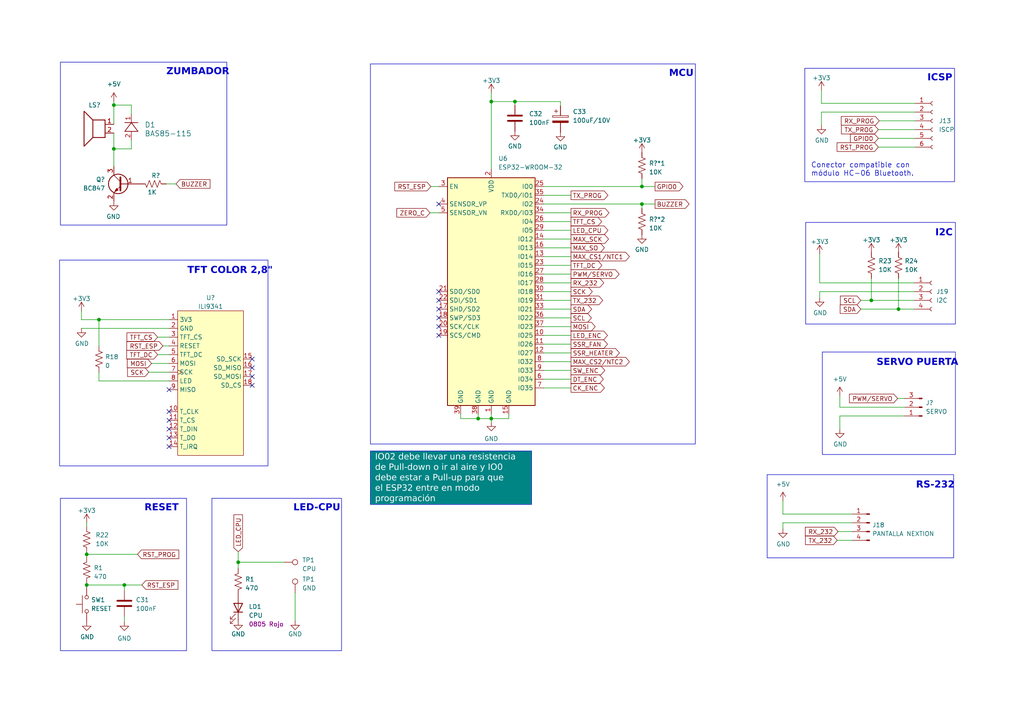
<source format=kicad_sch>
(kicad_sch (version 20230121) (generator eeschema)
  (paper "A4")
  (title_block (title "HOT-PLATE") (rev "1") (comment 3 "Juanjo"))
  (lib_symbols
    (symbol "Connector:Conn_01x03_Male" (pin_names (offset 1.016) hide)
      (property "Reference" "J" (at 0 5.08 0))
      (property "Value" "Conn_01x03_Male" (at 0 -5.08 0))
      (symbol "Conn_01x03_Male_1_1"
        (polyline (pts (xy 1.27 -2.54) (xy 0.8636 -2.54)) (stroke (width 0.1524)))
        (polyline (pts (xy 1.27 0) (xy 0.8636 0)) (stroke (width 0.1524)))
        (polyline (pts (xy 1.27 2.54) (xy 0.8636 2.54)) (stroke (width 0.1524)))
        (rectangle (start 0.8636 -2.413) (end 0 -2.667) (stroke (width 0.1524)) (fill (type outline)))
        (rectangle (start 0.8636 0.127) (end 0 -0.127) (stroke (width 0.1524)) (fill (type outline)))
        (rectangle (start 0.8636 2.667) (end 0 2.413) (stroke (width 0.1524)) (fill (type outline)))
        (pin passive line (at 5.08 2.54 180) (length 3.81) (name "Pin_1") (number "1"))
        (pin passive line (at 5.08 0 180) (length 3.81) (name "Pin_2") (number "2"))
        (pin passive line (at 5.08 -2.54 180) (length 3.81) (name "Pin_3") (number "3"))
      )
    )
    (symbol "Connector:Conn_01x04_Female" (pin_names (offset 1.016) hide)
      (property "Reference" "J" (at 0 5.08 0))
      (property "Value" "Conn_01x04_Female" (at 0 -7.62 0))
      (symbol "Conn_01x04_Female_1_1"
        (arc (start 0 -4.572) (mid -0.5058 -5.08) (end 0 -5.588) (stroke (width 0.1524)))
        (arc (start 0 -2.032) (mid -0.5058 -2.54) (end 0 -3.048) (stroke (width 0.1524)))
        (polyline (pts (xy -1.27 -5.08) (xy -0.508 -5.08)) (stroke (width 0.1524)))
        (polyline (pts (xy -1.27 -2.54) (xy -0.508 -2.54)) (stroke (width 0.1524)))
        (polyline (pts (xy -1.27 0) (xy -0.508 0)) (stroke (width 0.1524)))
        (polyline (pts (xy -1.27 2.54) (xy -0.508 2.54)) (stroke (width 0.1524)))
        (arc (start 0 0.508) (mid -0.5058 0) (end 0 -0.508) (stroke (width 0.1524)))
        (arc (start 0 3.048) (mid -0.5058 2.54) (end 0 2.032) (stroke (width 0.1524)))
        (pin passive line (at -5.08 2.54 0) (length 3.81) (name "Pin_1") (number "1"))
        (pin passive line (at -5.08 0 0) (length 3.81) (name "Pin_2") (number "2"))
        (pin passive line (at -5.08 -2.54 0) (length 3.81) (name "Pin_3") (number "3"))
        (pin passive line (at -5.08 -5.08 0) (length 3.81) (name "Pin_4") (number "4"))
      )
    )
    (symbol "Connector:Conn_01x04_Male" (pin_names (offset 1.016) hide)
      (property "Reference" "J" (at 0 5.08 0))
      (property "Value" "Conn_01x04_Male" (at 0 -7.62 0))
      (symbol "Conn_01x04_Male_1_1"
        (polyline (pts (xy 1.27 -5.08) (xy 0.8636 -5.08)) (stroke (width 0.1524)))
        (polyline (pts (xy 1.27 -2.54) (xy 0.8636 -2.54)) (stroke (width 0.1524)))
        (polyline (pts (xy 1.27 0) (xy 0.8636 0)) (stroke (width 0.1524)))
        (polyline (pts (xy 1.27 2.54) (xy 0.8636 2.54)) (stroke (width 0.1524)))
        (rectangle (start 0.8636 -4.953) (end 0 -5.207) (stroke (width 0.1524)) (fill (type outline)))
        (rectangle (start 0.8636 -2.413) (end 0 -2.667) (stroke (width 0.1524)) (fill (type outline)))
        (rectangle (start 0.8636 0.127) (end 0 -0.127) (stroke (width 0.1524)) (fill (type outline)))
        (rectangle (start 0.8636 2.667) (end 0 2.413) (stroke (width 0.1524)) (fill (type outline)))
        (pin passive line (at 5.08 2.54 180) (length 3.81) (name "Pin_1") (number "1"))
        (pin passive line (at 5.08 0 180) (length 3.81) (name "Pin_2") (number "2"))
        (pin passive line (at 5.08 -2.54 180) (length 3.81) (name "Pin_3") (number "3"))
        (pin passive line (at 5.08 -5.08 180) (length 3.81) (name "Pin_4") (number "4"))
      )
    )
    (symbol "Connector:Conn_01x06_Female" (pin_names (offset 1.016) hide)
      (property "Reference" "J" (at 0 7.62 0))
      (property "Value" "Conn_01x06_Female" (at 0 -10.16 0))
      (symbol "Conn_01x06_Female_1_1"
        (arc (start 0 -7.112) (mid -0.5058 -7.62) (end 0 -8.128) (stroke (width 0.1524)))
        (arc (start 0 -4.572) (mid -0.5058 -5.08) (end 0 -5.588) (stroke (width 0.1524)))
        (arc (start 0 -2.032) (mid -0.5058 -2.54) (end 0 -3.048) (stroke (width 0.1524)))
        (polyline (pts (xy -1.27 -7.62) (xy -0.508 -7.62)) (stroke (width 0.1524)))
        (polyline (pts (xy -1.27 -5.08) (xy -0.508 -5.08)) (stroke (width 0.1524)))
        (polyline (pts (xy -1.27 -2.54) (xy -0.508 -2.54)) (stroke (width 0.1524)))
        (polyline (pts (xy -1.27 0) (xy -0.508 0)) (stroke (width 0.1524)))
        (polyline (pts (xy -1.27 2.54) (xy -0.508 2.54)) (stroke (width 0.1524)))
        (polyline (pts (xy -1.27 5.08) (xy -0.508 5.08)) (stroke (width 0.1524)))
        (arc (start 0 0.508) (mid -0.5058 0) (end 0 -0.508) (stroke (width 0.1524)))
        (arc (start 0 3.048) (mid -0.5058 2.54) (end 0 2.032) (stroke (width 0.1524)))
        (arc (start 0 5.588) (mid -0.5058 5.08) (end 0 4.572) (stroke (width 0.1524)))
        (pin passive line (at -5.08 5.08 0) (length 3.81) (name "Pin_1") (number "1"))
        (pin passive line (at -5.08 2.54 0) (length 3.81) (name "Pin_2") (number "2"))
        (pin passive line (at -5.08 0 0) (length 3.81) (name "Pin_3") (number "3"))
        (pin passive line (at -5.08 -2.54 0) (length 3.81) (name "Pin_4") (number "4"))
        (pin passive line (at -5.08 -5.08 0) (length 3.81) (name "Pin_5") (number "5"))
        (pin passive line (at -5.08 -7.62 0) (length 3.81) (name "Pin_6") (number "6"))
      )
    )
    (symbol "Connector:TestPoint" (pin_numbers hide) (pin_names (offset 0.762) hide)
      (property "Reference" "TP" (at 0 6.858 0))
      (property "Value" "TestPoint" (at 0 5.08 0))
      (symbol "TestPoint_0_1"
        (circle (center 0 3.302) (radius 0.762))
      )
      (symbol "TestPoint_1_1"
        (pin passive line (at 0 0 90) (length 2.54) (name "1") (number "1"))
      )
    )
    (symbol "Device:C" (pin_numbers hide) (pin_names (offset 0.254))
      (property "Reference" "C" (at 0.635 2.54 0))
      (property "Value" "C" (at 0.635 -2.54 0))
      (symbol "C_0_1"
        (polyline (pts (xy -2.032 -0.762) (xy 2.032 -0.762)) (stroke (width 0.508)))
        (polyline (pts (xy -2.032 0.762) (xy 2.032 0.762)) (stroke (width 0.508)))
      )
      (symbol "C_1_1"
        (pin passive line (at 0 3.81 270) (length 2.794) (name "~") (number "1"))
        (pin passive line (at 0 -3.81 90) (length 2.794) (name "~") (number "2"))
      )
    )
    (symbol "Device:C_Polarized" (pin_numbers hide) (pin_names (offset 0.254))
      (property "Reference" "C" (at 0.635 2.54 0))
      (property "Value" "C_Polarized" (at 0.635 -2.54 0))
      (symbol "C_Polarized_0_1"
        (rectangle (start -2.286 0.508) (end 2.286 1.016))
        (polyline (pts (xy -1.778 2.286) (xy -0.762 2.286)))
        (polyline (pts (xy -1.27 2.794) (xy -1.27 1.778)))
        (rectangle (start 2.286 -0.508) (end -2.286 -1.016) (fill (type outline)))
      )
      (symbol "C_Polarized_1_1"
        (pin passive line (at 0 3.81 270) (length 2.794) (name "~") (number "1"))
        (pin passive line (at 0 -3.81 90) (length 2.794) (name "~") (number "2"))
      )
    )
    (symbol "Device:LED" (pin_numbers hide) (pin_names (offset 1.016) hide)
      (property "Reference" "D" (at 0 2.54 0))
      (property "Value" "LED" (at 0 -2.54 0))
      (symbol "LED_0_1"
        (polyline (pts (xy -1.27 -1.27) (xy -1.27 1.27)) (stroke (width 0.254)))
        (polyline (pts (xy -1.27 0) (xy 1.27 0)))
        (polyline (pts (xy 1.27 -1.27) (xy 1.27 1.27) (xy -1.27 0) (xy 1.27 -1.27)) (stroke (width 0.254)))
        (polyline (pts (xy -3.048 -0.762) (xy -4.572 -2.286) (xy -3.81 -2.286) (xy -4.572 -2.286) (xy -4.572 -1.524)))
        (polyline (pts (xy -1.778 -0.762) (xy -3.302 -2.286) (xy -2.54 -2.286) (xy -3.302 -2.286) (xy -3.302 -1.524)))
      )
      (symbol "LED_1_1"
        (pin passive line (at -3.81 0 0) (length 2.54) (name "K") (number "1"))
        (pin passive line (at 3.81 0 180) (length 2.54) (name "A") (number "2"))
      )
    )
    (symbol "Device:R_US" (pin_numbers hide) (pin_names (offset 0))
      (property "Reference" "R" (at 2.54 0 90))
      (property "Value" "R_US" (at -2.54 0 90))
      (symbol "R_US_0_1"
        (polyline (pts (xy 0 -2.286) (xy 0 -2.54)))
        (polyline (pts (xy 0 2.286) (xy 0 2.54)))
        (polyline (pts (xy 0 -0.762) (xy 1.016 -1.143) (xy 0 -1.524) (xy -1.016 -1.905) (xy 0 -2.286)))
        (polyline (pts (xy 0 0.762) (xy 1.016 0.381) (xy 0 0) (xy -1.016 -0.381) (xy 0 -0.762)))
        (polyline (pts (xy 0 2.286) (xy 1.016 1.905) (xy 0 1.524) (xy -1.016 1.143) (xy 0 0.762)))
      )
      (symbol "R_US_1_1"
        (pin passive line (at 0 3.81 270) (length 1.27) (name "~") (number "1"))
        (pin passive line (at 0 -3.81 90) (length 1.27) (name "~") (number "2"))
      )
    )
    (symbol "Device:Speaker" (pin_names (offset 0) hide)
      (property "Reference" "LS" (at 1.27 5.715 0))
      (property "Value" "Speaker" (at 1.27 3.81 0))
      (symbol "Speaker_0_0"
        (rectangle (start -2.54 1.27) (end 1.016 -3.81) (stroke (width 0.254)))
        (polyline (pts (xy 1.016 1.27) (xy 3.556 3.81) (xy 3.556 -6.35) (xy 1.016 -3.81)) (stroke (width 0.254)))
      )
      (symbol "Speaker_1_1"
        (pin input line (at -5.08 0 0) (length 2.54) (name "1") (number "1"))
        (pin input line (at -5.08 -2.54 0) (length 2.54) (name "2") (number "2"))
      )
    )
    (symbol "Diode:BAS85-115" (pin_names (offset 0.254) hide)
      (property "Reference" "D" (at 5.08 4.445 0))
      (property "Value" "BAS85-115" (at 5.08 -5.08 0))
      (symbol "BAS85-115_1_1"
        (polyline (pts (xy 2.54 -1.905) (xy 5.08 0)) (stroke (width 0.2032)))
        (polyline (pts (xy 2.54 1.905) (xy 2.54 -1.905)) (stroke (width 0.2032)))
        (polyline (pts (xy 5.08 -1.905) (xy 5.08 1.905)) (stroke (width 0.2032)))
        (polyline (pts (xy 5.08 0) (xy 2.54 1.905)) (stroke (width 0.2032)))
        (pin passive line (at 7.62 0 180) (length 2.54) (name "K") (number "1"))
        (pin passive line (at 0 0 0) (length 2.54) (name "A") (number "2"))
      )
      (symbol "BAS85-115_1_2"
        (polyline (pts (xy -1.905 3.81) (xy 1.905 3.81)) (stroke (width 0.2032)))
        (polyline (pts (xy 0 2.54) (xy 0 3.4798)) (stroke (width 0.2032)))
        (polyline (pts (xy 0 3.175) (xy 0 3.81)) (stroke (width 0.2032)))
        (polyline (pts (xy 0 6.35) (xy -1.905 3.81)) (stroke (width 0.2032)))
        (polyline (pts (xy 0 6.35) (xy 0 7.62)) (stroke (width 0.2032)))
        (polyline (pts (xy 1.905 3.81) (xy 0 6.35)) (stroke (width 0.2032)))
        (polyline (pts (xy 1.905 6.35) (xy -1.905 6.35)) (stroke (width 0.2032)))
      )
    )
    (symbol "Display_Graphic:ILI9341"
      (property "Reference" "U" (at -7.62 19.05 0))
      (property "Value" "ILI9341" (at 6.35 -25.4 0))
      (symbol "ILI9341_0_1"
        (rectangle (start -8.89 17.78) (end 10.16 -24.13) (fill (type background)))
      )
      (symbol "ILI9341_1_1"
        (pin power_in line (at -11.43 15.24 0) (length 2.54) (name "3V3") (number "1"))
        (pin input line (at -11.43 -11.43 0) (length 2.54) (name "T_CLK") (number "10"))
        (pin input line (at -11.43 -13.97 0) (length 2.54) (name "T_CS") (number "11"))
        (pin input line (at -11.43 -16.51 0) (length 2.54) (name "T_DIN") (number "12"))
        (pin input line (at -11.43 -19.05 0) (length 2.54) (name "T_DO") (number "13"))
        (pin input line (at -11.43 -21.59 0) (length 2.54) (name "T_IRQ") (number "14"))
        (pin input line (at 12.7 3.81 180) (length 2.54) (name "SD_SCK") (number "15"))
        (pin input line (at 12.7 1.27 180) (length 2.54) (name "SD_MISO") (number "16"))
        (pin input line (at 12.7 -1.27 180) (length 2.54) (name "SD_MOSI") (number "17"))
        (pin input line (at 12.7 -3.81 180) (length 2.54) (name "SD_CS") (number "18"))
        (pin power_in line (at -11.43 12.7 0) (length 2.54) (name "GND") (number "2"))
        (pin input line (at -11.43 10.16 0) (length 2.54) (name "TFT_CS") (number "3"))
        (pin input line (at -11.43 7.62 0) (length 2.54) (name "RESET") (number "4"))
        (pin input line (at -11.43 5.08 0) (length 2.54) (name "TFT_DC") (number "5"))
        (pin input line (at -11.43 2.54 0) (length 2.54) (name "MOSI") (number "6"))
        (pin input clock (at -11.43 0 0) (length 2.54) (name "SCK") (number "7"))
        (pin input line (at -11.43 -2.54 0) (length 2.54) (name "LED") (number "8"))
        (pin input line (at -11.43 -5.08 0) (length 2.54) (name "MISO") (number "9"))
      )
    )
    (symbol "RF_Module:ESP32-WROOM-32"
      (property "Reference" "U" (at -12.7 34.29 0))
      (property "Value" "ESP32-WROOM-32" (at 1.27 34.29 0))
      (symbol "ESP32-WROOM-32_0_1"
        (rectangle (start -12.7 33.02) (end 12.7 -33.02) (stroke (width 0.254)) (fill (type background)))
      )
      (symbol "ESP32-WROOM-32_1_1"
        (pin power_in line (at 0 -35.56 90) (length 2.54) (name "GND") (number "1"))
        (pin bidirectional line (at 15.24 -12.7 180) (length 2.54) (name "IO25") (number "10"))
        (pin bidirectional line (at 15.24 -15.24 180) (length 2.54) (name "IO26") (number "11"))
        (pin bidirectional line (at 15.24 -17.78 180) (length 2.54) (name "IO27") (number "12"))
        (pin bidirectional line (at 15.24 10.16 180) (length 2.54) (name "IO14") (number "13"))
        (pin bidirectional line (at 15.24 15.24 180) (length 2.54) (name "IO12") (number "14"))
        (pin power_in line (at 5.08 -35.56 90) (length 2.54) (name "GND") (number "15"))
        (pin bidirectional line (at 15.24 12.7 180) (length 2.54) (name "IO13") (number "16"))
        (pin bidirectional line (at -15.24 -5.08 0) (length 2.54) (name "SHD/SD2") (number "17"))
        (pin bidirectional line (at -15.24 -7.62 0) (length 2.54) (name "SWP/SD3") (number "18"))
        (pin bidirectional line (at -15.24 -12.7 0) (length 2.54) (name "SCS/CMD") (number "19"))
        (pin power_in line (at 0 35.56 270) (length 2.54) (name "VDD") (number "2"))
        (pin bidirectional line (at -15.24 -10.16 0) (length 2.54) (name "SCK/CLK") (number "20"))
        (pin bidirectional line (at -15.24 0 0) (length 2.54) (name "SDO/SD0") (number "21"))
        (pin bidirectional line (at -15.24 -2.54 0) (length 2.54) (name "SDI/SD1") (number "22"))
        (pin bidirectional line (at 15.24 7.62 180) (length 2.54) (name "IO15") (number "23"))
        (pin bidirectional line (at 15.24 25.4 180) (length 2.54) (name "IO2") (number "24"))
        (pin bidirectional line (at 15.24 30.48 180) (length 2.54) (name "IO0") (number "25"))
        (pin bidirectional line (at 15.24 20.32 180) (length 2.54) (name "IO4") (number "26"))
        (pin bidirectional line (at 15.24 5.08 180) (length 2.54) (name "IO16") (number "27"))
        (pin bidirectional line (at 15.24 2.54 180) (length 2.54) (name "IO17") (number "28"))
        (pin bidirectional line (at 15.24 17.78 180) (length 2.54) (name "IO5") (number "29"))
        (pin input line (at -15.24 30.48 0) (length 2.54) (name "EN") (number "3"))
        (pin bidirectional line (at 15.24 0 180) (length 2.54) (name "IO18") (number "30"))
        (pin bidirectional line (at 15.24 -2.54 180) (length 2.54) (name "IO19") (number "31"))
        (pin no_connect line (at -12.7 -27.94 0) (length 2.54) hide (name "NC") (number "32"))
        (pin bidirectional line (at 15.24 -5.08 180) (length 2.54) (name "IO21") (number "33"))
        (pin bidirectional line (at 15.24 22.86 180) (length 2.54) (name "RXD0/IO3") (number "34"))
        (pin bidirectional line (at 15.24 27.94 180) (length 2.54) (name "TXD0/IO1") (number "35"))
        (pin bidirectional line (at 15.24 -7.62 180) (length 2.54) (name "IO22") (number "36"))
        (pin bidirectional line (at 15.24 -10.16 180) (length 2.54) (name "IO23") (number "37"))
        (pin power_in line (at -3.81 -35.56 90) (length 2.54) (name "GND") (number "38"))
        (pin power_in line (at -8.89 -35.56 90) (length 2.54) (name "GND") (number "39"))
        (pin input line (at -15.24 25.4 0) (length 2.54) (name "SENSOR_VP") (number "4"))
        (pin input line (at -15.24 22.86 0) (length 2.54) (name "SENSOR_VN") (number "5"))
        (pin input line (at 15.24 -25.4 180) (length 2.54) (name "IO34") (number "6"))
        (pin input line (at 15.24 -27.94 180) (length 2.54) (name "IO35") (number "7"))
        (pin bidirectional line (at 15.24 -20.32 180) (length 2.54) (name "IO32") (number "8"))
        (pin bidirectional line (at 15.24 -22.86 180) (length 2.54) (name "IO33") (number "9"))
      )
    )
    (symbol "Switch:SW_Push" (pin_numbers hide) (pin_names (offset 1.016) hide)
      (property "Reference" "SW" (at 1.27 2.54 0))
      (property "Value" "SW_Push" (at 0 -1.524 0))
      (symbol "SW_Push_0_1"
        (circle (center -2.032 0) (radius 0.508))
        (polyline (pts (xy 0 1.27) (xy 0 3.048)))
        (polyline (pts (xy 2.54 1.27) (xy -2.54 1.27)))
        (circle (center 2.032 0) (radius 0.508))
        (pin passive line (at -5.08 0 0) (length 2.54) (name "1") (number "1"))
        (pin passive line (at 5.08 0 180) (length 2.54) (name "2") (number "2"))
      )
    )
    (symbol "Transistor_BJT:BC847" (pin_names (offset 0) hide)
      (property "Reference" "Q" (at 5.08 1.905 0))
      (property "Value" "BC847" (at 5.08 0 0))
      (symbol "BC847_0_1"
        (polyline (pts (xy 0.635 0.635) (xy 2.54 2.54)))
        (polyline (pts (xy 0.635 -0.635) (xy 2.54 -2.54) (xy 2.54 -2.54)))
        (polyline (pts (xy 0.635 1.905) (xy 0.635 -1.905) (xy 0.635 -1.905)) (stroke (width 0.508)))
        (polyline (pts (xy 1.27 -1.778) (xy 1.778 -1.27) (xy 2.286 -2.286) (xy 1.27 -1.778) (xy 1.27 -1.778)) (fill (type outline)))
        (circle (center 1.27 0) (radius 2.8194) (stroke (width 0.254)))
      )
      (symbol "BC847_1_1"
        (pin input line (at -5.08 0 0) (length 5.715) (name "B") (number "1"))
        (pin passive line (at 2.54 -5.08 90) (length 2.54) (name "E") (number "2"))
        (pin passive line (at 2.54 5.08 270) (length 2.54) (name "C") (number "3"))
      )
    )
    (symbol "power:+3V3" (power) (pin_names (offset 0))
      (property "Value" "+3V3" (at 0 3.556 0))
      (symbol "+3V3_0_1"
        (polyline (pts (xy -0.762 1.27) (xy 0 2.54)))
        (polyline (pts (xy 0 0) (xy 0 2.54)))
        (polyline (pts (xy 0 2.54) (xy 0.762 1.27)))
      )
      (symbol "+3V3_1_1"
        (pin power_in line (at 0 0 90) (length 0) hide (name "+3V3") (number "1"))
      )
    )
    (symbol "power:+5V" (power) (pin_names (offset 0))
      (property "Value" "+5V" (at 0 3.556 0))
      (symbol "+5V_0_1"
        (polyline (pts (xy -0.762 1.27) (xy 0 2.54)))
        (polyline (pts (xy 0 0) (xy 0 2.54)))
        (polyline (pts (xy 0 2.54) (xy 0.762 1.27)))
      )
      (symbol "+5V_1_1"
        (pin power_in line (at 0 0 90) (length 0) hide (name "+5V") (number "1"))
      )
    )
    (symbol "power:GND" (power) (pin_names (offset 0))
      (property "Value" "GND" (at 0 -3.81 0))
      (symbol "GND_0_1"
        (polyline (pts (xy 0 0) (xy 0 -1.27) (xy 1.27 -1.27) (xy 0 -2.54) (xy -1.27 -1.27) (xy 0 -1.27)))
      )
      (symbol "GND_1_1"
        (pin power_in line (at 0 0 270) (length 0) hide (name "GND") (number "1"))
      )
    )
  )
  (junction (at 260.604 89.662))
  (junction (at 149.352 29.464))
  (junction (at 186.182 54.102))
  (junction (at 69.088 163.068))
  (junction (at 36.068 169.672))
  (junction (at 142.494 29.464))
  (junction (at 186.182 59.182))
  (junction (at 25.146 169.672))
  (junction (at 28.702 92.71))
  (junction (at 142.494 121.412))
  (junction (at 252.73 87.122))
  (junction (at 138.684 121.412))
  (junction (at 33.02 30.48))
  (junction (at 33.02 43.18))
  (junction (at 25.146 160.782))
  (no_connect (at 49.022 127))
  (no_connect (at 127.254 84.582))
  (no_connect (at 49.022 129.54))
  (no_connect (at 49.022 119.38))
  (no_connect (at 127.254 87.122))
  (no_connect (at 73.152 104.14))
  (no_connect (at 49.022 121.92))
  (no_connect (at 127.254 59.182))
  (no_connect (at 73.152 111.76))
  (no_connect (at 73.152 109.22))
  (no_connect (at 127.254 89.662))
  (no_connect (at 127.254 97.282))
  (no_connect (at 49.022 124.46))
  (no_connect (at 127.254 94.742))
  (no_connect (at 49.022 113.03))
  (no_connect (at 73.152 106.68))
  (no_connect (at 127.254 92.202))
  (wire (pts (xy 157.734 56.642) (xy 165.608 56.642)))
  (wire (pts (xy 157.734 92.202) (xy 165.608 92.202)))
  (wire (pts (xy 38.1 43.18) (xy 33.02 43.18)))
  (wire (pts (xy 157.734 69.342) (xy 165.608 69.342)))
  (wire (pts (xy 25.146 169.164) (xy 25.146 169.672)))
  (wire (pts (xy 254.762 40.132) (xy 265.43 40.132)))
  (wire (pts (xy 254.762 37.592) (xy 265.43 37.592)))
  (wire (pts (xy 243.586 120.65) (xy 243.586 124.46)))
  (wire (pts (xy 157.734 97.282) (xy 165.608 97.282)))
  (wire (pts (xy 43.942 105.41) (xy 49.022 105.41)))
  (wire (pts (xy 25.146 160.782) (xy 25.146 161.544)))
  (wire (pts (xy 25.146 160.274) (xy 25.146 160.782)))
  (wire (pts (xy 249.682 87.122) (xy 252.73 87.122)))
  (wire (pts (xy 157.734 109.982) (xy 165.608 109.982)))
  (wire (pts (xy 157.734 82.042) (xy 165.608 82.042)))
  (wire (pts (xy 238.252 29.972) (xy 238.252 26.162)))
  (wire (pts (xy 23.622 92.71) (xy 23.622 90.17)))
  (wire (pts (xy 28.702 92.71) (xy 23.622 92.71)))
  (wire (pts (xy 33.02 29.464) (xy 33.02 30.48)))
  (wire (pts (xy 69.088 163.068) (xy 82.296 163.068)))
  (wire (pts (xy 124.714 61.722) (xy 127.254 61.722)))
  (wire (pts (xy 147.574 121.412) (xy 142.494 121.412)))
  (wire (pts (xy 247.142 151.638) (xy 227.076 151.638)))
  (wire (pts (xy 142.494 29.464) (xy 149.352 29.464)))
  (wire (pts (xy 25.146 169.672) (xy 25.146 170.18)))
  (wire (pts (xy 149.352 29.464) (xy 162.56 29.464)))
  (wire (pts (xy 43.18 107.95) (xy 49.022 107.95)))
  (wire (pts (xy 237.744 84.582) (xy 237.744 86.36)))
  (wire (pts (xy 49.022 92.71) (xy 28.702 92.71)))
  (wire (pts (xy 186.182 54.102) (xy 189.992 54.102)))
  (wire (pts (xy 28.702 92.71) (xy 28.702 100.33)))
  (wire (pts (xy 28.702 110.49) (xy 28.702 107.95)))
  (wire (pts (xy 33.02 30.48) (xy 33.02 36.068)))
  (wire (pts (xy 142.494 120.142) (xy 142.494 121.412)))
  (wire (pts (xy 138.684 121.412) (xy 142.494 121.412)))
  (wire (pts (xy 260.604 89.662) (xy 265.176 89.662)))
  (wire (pts (xy 157.734 89.662) (xy 165.608 89.662)))
  (wire (pts (xy 252.73 80.772) (xy 252.73 87.122)))
  (wire (pts (xy 147.574 120.142) (xy 147.574 121.412)))
  (wire (pts (xy 243.586 118.11) (xy 243.586 114.808)))
  (wire (pts (xy 227.076 149.098) (xy 227.076 145.288)))
  (wire (pts (xy 260.35 115.57) (xy 262.382 115.57)))
  (wire (pts (xy 85.598 180.086) (xy 85.598 171.958)))
  (wire (pts (xy 186.182 59.182) (xy 186.182 60.452)))
  (wire (pts (xy 36.068 169.672) (xy 36.068 171.196)))
  (wire (pts (xy 45.72 102.87) (xy 49.022 102.87)))
  (wire (pts (xy 48.26 53.34) (xy 51.054 53.34)))
  (wire (pts (xy 157.734 112.522) (xy 165.608 112.522)))
  (wire (pts (xy 242.824 156.718) (xy 247.142 156.718)))
  (wire (pts (xy 38.1 30.48) (xy 33.02 30.48)))
  (wire (pts (xy 247.142 149.098) (xy 227.076 149.098)))
  (wire (pts (xy 157.734 102.362) (xy 165.608 102.362)))
  (wire (pts (xy 47.244 100.33) (xy 49.022 100.33)))
  (wire (pts (xy 157.734 94.742) (xy 165.608 94.742)))
  (wire (pts (xy 23.622 95.25) (xy 49.022 95.25)))
  (wire (pts (xy 186.182 51.816) (xy 186.182 54.102)))
  (wire (pts (xy 157.734 84.582) (xy 165.608 84.582)))
  (wire (pts (xy 157.734 66.802) (xy 165.608 66.802)))
  (wire (pts (xy 162.56 30.734) (xy 162.56 29.464)))
  (wire (pts (xy 157.734 87.122) (xy 165.608 87.122)))
  (wire (pts (xy 252.73 87.122) (xy 265.176 87.122)))
  (wire (pts (xy 142.494 121.412) (xy 142.494 122.428)))
  (wire (pts (xy 254.762 42.672) (xy 265.43 42.672)))
  (wire (pts (xy 124.968 54.102) (xy 127.254 54.102)))
  (wire (pts (xy 138.684 120.142) (xy 138.684 121.412)))
  (wire (pts (xy 237.744 84.582) (xy 265.176 84.582)))
  (wire (pts (xy 157.734 104.902) (xy 165.608 104.902)))
  (wire (pts (xy 49.022 110.49) (xy 28.702 110.49)))
  (wire (pts (xy 36.068 180.34) (xy 36.068 178.816)))
  (wire (pts (xy 157.734 76.962) (xy 165.608 76.962)))
  (wire (pts (xy 157.734 59.182) (xy 186.182 59.182)))
  (wire (pts (xy 238.252 32.512) (xy 265.43 32.512)))
  (wire (pts (xy 38.1 40.64) (xy 38.1 43.18)))
  (wire (pts (xy 157.734 64.262) (xy 165.608 64.262)))
  (wire (pts (xy 142.494 29.464) (xy 142.494 49.022)))
  (wire (pts (xy 157.734 99.822) (xy 165.608 99.822)))
  (wire (pts (xy 25.146 169.672) (xy 36.068 169.672)))
  (wire (pts (xy 255.016 35.052) (xy 265.43 35.052)))
  (wire (pts (xy 249.682 89.662) (xy 260.604 89.662)))
  (wire (pts (xy 157.734 107.442) (xy 165.608 107.442)))
  (wire (pts (xy 157.734 71.882) (xy 165.608 71.882)))
  (wire (pts (xy 142.494 26.924) (xy 142.494 29.464)))
  (wire (pts (xy 38.1 33.02) (xy 38.1 30.48)))
  (wire (pts (xy 262.382 118.11) (xy 243.586 118.11)))
  (wire (pts (xy 186.182 59.182) (xy 189.992 59.182)))
  (wire (pts (xy 25.146 151.638) (xy 25.146 152.654)))
  (wire (pts (xy 227.076 151.638) (xy 227.076 153.416)))
  (wire (pts (xy 157.734 61.722) (xy 165.608 61.722)))
  (wire (pts (xy 157.734 54.102) (xy 186.182 54.102)))
  (wire (pts (xy 243.078 154.178) (xy 247.142 154.178)))
  (wire (pts (xy 69.088 160.02) (xy 69.088 163.068)))
  (wire (pts (xy 265.176 82.042) (xy 237.744 82.042)))
  (wire (pts (xy 45.72 97.79) (xy 49.022 97.79)))
  (wire (pts (xy 237.744 82.042) (xy 237.744 73.66)))
  (wire (pts (xy 157.734 79.502) (xy 165.608 79.502)))
  (wire (pts (xy 69.088 163.068) (xy 69.088 164.846)))
  (wire (pts (xy 33.02 43.18) (xy 33.02 48.26)))
  (wire (pts (xy 157.734 74.422) (xy 165.608 74.422)))
  (wire (pts (xy 238.252 32.512) (xy 238.252 36.322)))
  (wire (pts (xy 133.604 121.412) (xy 138.684 121.412)))
  (wire (pts (xy 25.146 160.782) (xy 39.878 160.782)))
  (wire (pts (xy 36.068 169.672) (xy 41.148 169.672)))
  (wire (pts (xy 149.352 30.48) (xy 149.352 29.464)))
  (wire (pts (xy 133.604 120.142) (xy 133.604 121.412)))
  (wire (pts (xy 262.382 120.65) (xy 243.586 120.65)))
  (wire (pts (xy 260.604 80.772) (xy 260.604 89.662)))
  (wire (pts (xy 33.02 38.608) (xy 33.02 43.18)))
  (wire (pts (xy 238.252 29.972) (xy 265.43 29.972)))
  (rectangle (start 233.68 64.516) (end 277.114 93.98))
  (rectangle (start 238.506 102.108) (end 277.114 131.826))
  (rectangle (start 17.526 144.526) (end 54.102 188.722))
  (rectangle (start 17.526 18.034) (end 65.786 65.278))
  (rectangle (start 107.442 18.542) (end 201.676 128.778))
  (rectangle (start 233.426 19.812) (end 276.86 52.705))
  (rectangle (start 222.504 137.668) (end 276.606 161.798))
  (rectangle (start 61.468 144.526) (end 99.06 188.722))
  (rectangle (start 17.272 75.438) (end 77.724 135.128))
  (text_box "IO02 debe llevar una resistencia\nde Pull-down o ir al aire y IO0 \ndebe estar a Pull-up para que\nel ESP32 entre en modo programación" (at 107.442 130.81 0) (size 46.736 15.494) (fill (type color) (color 0 132 132 1)) (effects (font (size 1.8 1.8)) (justify left)))
  (text "MCU" (at 194.056 23.114 0) (effects (font (size 2 2) (thickness 0.8) bold) (justify left bottom)))
  (text "RS-232\n" (at 265.684 142.494 0) (effects (font (size 2 2) (thickness 0.6) bold) (justify left bottom)))
  (text "ICSP\n" (at 268.986 24.384 0) (effects (font (size 2 2) (thickness 0.8) bold) (justify left bottom)))
  (text "Conector compatible con\nmódulo HC-06 Bluetooth." (at 235.204 51.308 0) (effects (font (size 1.5 1.5)) (justify left bottom)))
  (text "LED-CPU" (at 85.09 149.098 0) (effects (font (size 2 2) (thickness 0.6) bold) (justify left bottom)))
  (text "TFT COLOR 2,8\"" (at 54.356 80.264 0) (effects (font (size 2 2) (thickness 0.6) bold) (justify left bottom)))
  (text "I2C\n" (at 271.272 69.342 0) (effects (font (size 2 2) (thickness 0.8) bold) (justify left bottom)))
  (text "ZUMBADOR" (at 48.26 22.606 0) (effects (font (size 2 2) (thickness 0.6) bold) (justify left bottom)))
  (text "RESET\n" (at 41.91 149.098 0) (effects (font (size 2 2) (thickness 0.4) bold) (justify left bottom)))
  (text "SERVO PUERTA" (at 254.254 106.934 0) (effects (font (size 2 2) (thickness 0.6) bold) (justify left bottom)))
  (global_label "TX_232" (shape input) (at 242.824 156.718 180) (property "Intersheetrefs" "${INTERSHEET_REFS}" (effects hide)))
  (global_label "BUZZER" (shape input) (at 51.054 53.34 0) (property "Intersheetrefs" "${INTERSHEET_REFS}" (effects hide)))
  (global_label "TFT_CS" (shape input) (at 45.72 97.79 180) (property "Intersheetrefs" "${INTERSHEET_REFS}" (effects hide)))
  (global_label "PWM{slash}SERVO" (shape input) (at 260.35 115.57 180) (property "Intersheetrefs" "${INTERSHEET_REFS}" (effects hide)))
  (global_label "SCL" (shape output) (at 165.608 92.202 0) (property "Intersheetrefs" "${INTERSHEET_REFS}" (effects hide)))
  (global_label "RX_232" (shape input) (at 243.078 154.178 180) (property "Intersheetrefs" "${INTERSHEET_REFS}" (effects hide)))
  (global_label "CK_ENC" (shape output) (at 165.608 112.522 0) (property "Intersheetrefs" "${INTERSHEET_REFS}" (effects hide)))
  (global_label "RX_PROG" (shape input) (at 255.016 35.052 180) (property "Intersheetrefs" "${INTERSHEET_REFS}" (effects hide)))
  (global_label "GPIO0" (shape input) (at 254.762 40.132 180) (property "Intersheetrefs" "${INTERSHEET_REFS}" (effects hide)))
  (global_label "RST_PROG" (shape input) (at 254.762 42.672 180) (property "Intersheetrefs" "${INTERSHEET_REFS}" (effects hide)))
  (global_label "TX_PROG" (shape input) (at 254.762 37.592 180) (property "Intersheetrefs" "${INTERSHEET_REFS}" (effects hide)))
  (global_label "ZERO_C" (shape input) (at 124.714 61.722 180) (property "Intersheetrefs" "${INTERSHEET_REFS}" (effects hide)))
  (global_label "SDA" (shape output) (at 165.608 89.662 0) (property "Intersheetrefs" "${INTERSHEET_REFS}" (effects hide)))
  (global_label "LED_CPU" (shape output) (at 165.608 66.802 0) (property "Intersheetrefs" "${INTERSHEET_REFS}" (effects hide)))
  (global_label "RST_PROG" (shape input) (at 39.878 160.782 0) (property "Intersheetrefs" "${INTERSHEET_REFS}" (effects hide)))
  (global_label "TFT_DC" (shape input) (at 45.72 102.87 180) (property "Intersheetrefs" "${INTERSHEET_REFS}" (effects hide)))
  (global_label "SCK" (shape input) (at 43.18 107.95 180) (property "Intersheetrefs" "${INTERSHEET_REFS}" (effects hide)))
  (global_label "RST_ESP" (shape input) (at 47.244 100.33 180) (property "Intersheetrefs" "${INTERSHEET_REFS}" (effects hide)))
  (global_label "SDA" (shape input) (at 249.682 89.662 180) (property "Intersheetrefs" "${INTERSHEET_REFS}" (effects hide)))
  (global_label "TX_232" (shape output) (at 165.608 87.122 0) (property "Intersheetrefs" "${INTERSHEET_REFS}" (effects hide)))
  (global_label "MOSI" (shape input) (at 43.942 105.41 180) (property "Intersheetrefs" "${INTERSHEET_REFS}" (effects hide)))
  (global_label "SCK" (shape output) (at 165.608 84.582 0) (property "Intersheetrefs" "${INTERSHEET_REFS}" (effects hide)))
  (global_label "SSR_HEATER" (shape output) (at 165.608 102.362 0) (property "Intersheetrefs" "${INTERSHEET_REFS}" (effects hide)))
  (global_label "MOSI" (shape output) (at 165.608 94.742 0) (property "Intersheetrefs" "${INTERSHEET_REFS}" (effects hide)))
  (global_label "MAX_SCK" (shape output) (at 165.608 69.342 0) (property "Intersheetrefs" "${INTERSHEET_REFS}" (effects hide)))
  (global_label "RST_ESP" (shape input) (at 41.148 169.672 0) (property "Intersheetrefs" "${INTERSHEET_REFS}" (effects hide)))
  (global_label "RX_232" (shape output) (at 165.608 82.042 0) (property "Intersheetrefs" "${INTERSHEET_REFS}" (effects hide)))
  (global_label "TX_PROG" (shape output) (at 165.608 56.642 0) (property "Intersheetrefs" "${INTERSHEET_REFS}" (effects hide)))
  (global_label "SW_ENC" (shape output) (at 165.608 107.442 0) (property "Intersheetrefs" "${INTERSHEET_REFS}" (effects hide)))
  (global_label "SSR_FAN" (shape output) (at 165.608 99.822 0) (property "Intersheetrefs" "${INTERSHEET_REFS}" (effects hide)))
  (global_label "MAX_CS2{slash}NTC2" (shape output) (at 165.608 104.902 0) (property "Intersheetrefs" "${INTERSHEET_REFS}" (effects hide)))
  (global_label "MAX_CS1{slash}NTC1" (shape output) (at 165.608 74.422 0) (property "Intersheetrefs" "${INTERSHEET_REFS}" (effects hide)))
  (global_label "TFT_DC" (shape output) (at 165.608 76.962 0) (property "Intersheetrefs" "${INTERSHEET_REFS}" (effects hide)))
  (global_label "RST_ESP" (shape input) (at 124.968 54.102 180) (property "Intersheetrefs" "${INTERSHEET_REFS}" (effects hide)))
  (global_label "LED_ENC" (shape output) (at 165.608 97.282 0) (property "Intersheetrefs" "${INTERSHEET_REFS}" (effects hide)))
  (global_label "MAX_SO" (shape output) (at 165.608 71.882 0) (property "Intersheetrefs" "${INTERSHEET_REFS}" (effects hide)))
  (global_label "DT_ENC" (shape output) (at 165.608 109.982 0) (property "Intersheetrefs" "${INTERSHEET_REFS}" (effects hide)))
  (global_label "TFT_CS" (shape output) (at 165.608 64.262 0) (property "Intersheetrefs" "${INTERSHEET_REFS}" (effects hide)))
  (global_label "PWM{slash}SERVO" (shape output) (at 165.608 79.502 0) (property "Intersheetrefs" "${INTERSHEET_REFS}" (effects hide)))
  (global_label "LED_CPU" (shape input) (at 69.088 160.02 90) (property "Intersheetrefs" "${INTERSHEET_REFS}" (effects hide)))
  (global_label "BUZZER" (shape output) (at 189.992 59.182 0) (property "Intersheetrefs" "${INTERSHEET_REFS}" (effects hide)))
  (global_label "RX_PROG" (shape output) (at 165.608 61.722 0) (property "Intersheetrefs" "${INTERSHEET_REFS}" (effects hide)))
  (global_label "GPIO0" (shape output) (at 189.992 54.102 0) (property "Intersheetrefs" "${INTERSHEET_REFS}" (effects hide)))
  (global_label "SCL" (shape input) (at 249.682 87.122 180) (property "Intersheetrefs" "${INTERSHEET_REFS}" (effects hide)))
  (symbol (lib_id "Device:R_US") (at 44.45 53.34 90) (mirror x) (unit 1)
    (property "Reference" "R?" (at 46.482 50.927 90) (effects (justify left)))
    (property "Value" "1K" (at 45.466 55.753 90) (effects (justify left)))
    (property "Footprint" "Resistor_SMD:R_0603_1608Metric_Pad0.98x0.95mm_HandSolder" (effects hide))
    (instances (project "Hot-Plate-DV2819" (path "" (reference "R?") (unit 1))) (project "Hot_plate" (path "" (reference "R4") (unit 1))))
  )
  (symbol (lib_id "Switch:SW_Push") (at 25.146 175.26 90) (unit 1)
    (property "Reference" "SW1" (at 26.416 173.9899 90) (effects (justify right)))
    (property "Value" "RESET" (at 26.416 176.5299 90) (effects (justify right)))
    (property "Footprint" "Button_Switch_SMD:SW_SPST_CK_RS282G05A3" (effects hide))
    (property "Digi-Key" "CKN12311-1-ND" (effects hide))
  )
  (symbol (lib_id "Device:R_US") (at 25.146 156.464 0) (unit 1)
    (property "Reference" "R22" (at 27.686 155.1939 0) (effects (justify left)))
    (property "Value" "10K" (at 27.686 157.7339 0) (effects (justify left)))
    (property "Footprint" "Resistor_SMD:R_0603_1608Metric_Pad0.98x0.95mm_HandSolder" (effects hide))
    (instances (project "Hot-Plate-DV2819" (path "" (reference "R22") (unit 1))) (project "Hot_plate" (path "" (reference "R6") (unit 1))))
  )
  (symbol (lib_id "Device:R_US") (at 69.088 168.656 0) (mirror y) (unit 1)
    (property "Reference" "R1" (at 71.12 168.021 0) (effects (justify right)))
    (property "Value" "470" (at 71.12 170.561 0) (effects (justify right)))
    (property "Footprint" "Resistor_SMD:R_0603_1608Metric_Pad0.98x0.95mm_HandSolder" (effects hide))
    (instances (project "Hot-Plate-DV2819" (path "" (reference "R1") (unit 1))) (project "Hot_plate" (path "" (reference "R1") (unit 1)) (path "" (reference "R5") (unit 1))))
  )
  (symbol (lib_id "Transistor_BJT:BC847") (at 35.56 53.34 0) (mirror y) (unit 1)
    (property "Reference" "Q?" (at 30.48 52.0699 0) (effects (justify left)))
    (property "Value" "BC847" (at 30.48 54.6099 0) (effects (justify left)))
    (property "Footprint" "Package_TO_SOT_SMD:SOT-23" (effects hide))
    (property "Datasheet" "https://assets.nexperia.com/documents/data-sheet/BC847X_SER.pdf" (effects hide))
    (instances (project "Hot-Plate-DV2819" (path "" (reference "Q?") (unit 1))) (project "Hot_plate" (path "" (reference "Q1") (unit 1))))
  )
  (symbol (lib_id "Connector:Conn_01x04_Female") (at 270.256 84.582 0) (unit 1)
    (property "Reference" "J19" (at 271.526 84.5819 0) (effects (justify left)))
    (property "Value" "I2C" (at 271.526 87.1219 0) (effects (justify left)))
    (property "Footprint" "Connector_JST:JST_XH_B4B-XH-A_1x04_P2.50mm_Vertical" (effects hide))
    (instances (project "Hot-Plate-DV2819" (path "" (reference "J19") (unit 1))) (project "Hot_plate" (path "" (reference "J5") (unit 1))))
  )
  (symbol (lib_id "power:+5V") (at 33.02 29.464 0) (mirror y) (unit 1)
    (property "Reference" "#PWR0232" (effects hide))
    (property "Value" "+5V" (at 33.02 24.384 0))
    (instances (project "Hot-Plate-DV2819" (path "" (reference "#PWR0232") (unit 1))) (project "Hot_plate" (path "" (reference "#PWR017") (unit 1))))
  )
  (symbol (lib_id "Diode:BAS85-115") (at 38.1 40.64 90) (unit 1)
    (property "Reference" "D1" (at 41.91 36.195 90) (effects (font (size 1.524 1.524)) (justify right)))
    (property "Value" "BAS85-115" (at 41.91 38.735 90) (effects (font (size 1.524 1.524)) (justify right)))
    (property "Footprint" "Diode_SMD:DIODE_BAS85_115-M" (effects hide))
    (property "Datasheet" "https://www.mouser.es/datasheet/2/916/BAS85-2937755.pdf" (effects hide))
  )
  (symbol (lib_id "Device:C_Polarized") (at 162.56 34.544 0) (unit 1)
    (property "Reference" "C33" (at 166.116 32.3849 0) (effects (justify left)))
    (property "Value" "100uF/10V" (at 166.116 34.9249 0) (effects (justify left)))
    (property "Footprint" "Capacitor_Tantalum_SMD:CP_EIA-3216-10_Kemet-I" (effects hide))
    (instances (project "Hot-Plate-DV2819" (path "" (reference "C33") (unit 1))) (project "Hot_plate" (path "" (reference "C8") (unit 1))))
  )
  (symbol (lib_id "power:GND") (at 33.02 58.42 0) (mirror y) (unit 1)
    (property "Reference" "#PWR0231" (effects hide))
    (property "Value" "GND" (at 32.893 62.8142 0))
    (instances (project "Hot-Plate-DV2819" (path "" (reference "#PWR0231") (unit 1))) (project "Hot_plate" (path "" (reference "#PWR018") (unit 1))))
  )
  (symbol (lib_id "power:+3V3") (at 260.604 73.152 0) (unit 1)
    (property "Reference" "#PWR0201" (effects hide))
    (property "Value" "+3V3" (at 260.604 69.596 0))
    (instances (project "Hot-Plate-DV2819" (path "" (reference "#PWR0201") (unit 1))) (project "Hot_plate" (path "" (reference "#PWR037") (unit 1))))
  )
  (symbol (lib_id "RF_Module:ESP32-WROOM-32") (at 142.494 84.582 0) (unit 1)
    (property "Reference" "U6" (at 144.5134 45.974 0) (effects (justify left)))
    (property "Value" "ESP32-WROOM-32" (at 144.5134 48.514 0) (effects (justify left)))
    (property "Footprint" "RF_Module:ESP32-WROOM-32" (effects hide))
    (property "Datasheet" "https://www.espressif.com/sites/default/files/documentation/esp32-wroom-32_datasheet_en.pdf" (effects hide))
    (instances (project "Hot-Plate-DV2819" (path "" (reference "U6") (unit 1))) (project "Hot_plate" (path "" (reference "U3") (unit 1))))
  )
  (symbol (lib_id "Device:LED") (at 69.088 176.276 270) (mirror x) (unit 1)
    (property "Reference" "LD1" (at 72.136 175.9585 90) (effects (justify left)))
    (property "Value" "CPU" (at 72.136 178.4985 90) (effects (justify left)))
    (property "Footprint" "LED_SMD:LED_0805_2012Metric_Pad1.15x1.40mm_HandSolder" (effects hide))
    (property "type" "0805 Rojo" (at 72.136 181.0385 90) (effects (justify left)))
    (instances (project "Hot-Plate-DV2819" (path "" (reference "LD1") (unit 1))) (project "Hot_plate" (path "" (reference "LD1") (unit 1)) (path "" (reference "LD3") (unit 1))))
  )
  (symbol (lib_id "power:GND") (at 69.088 180.086 0) (unit 1)
    (property "Reference" "#PWR0108" (effects hide))
    (property "Value" "GND" (at 69.088 183.896 0))
    (instances (project "Hot-Plate-DV2819" (path "" (reference "#PWR0108") (unit 1))) (project "Hot_plate" (path "" (reference "#PWR06") (unit 1)) (path "" (reference "#PWR019") (unit 1))))
  )
  (symbol (lib_id "power:GND") (at 238.252 36.322 0) (unit 1)
    (property "Reference" "#PWR0191" (effects hide))
    (property "Value" "GND" (at 238.379 40.7162 0))
    (instances (project "Hot-Plate-DV2819" (path "" (reference "#PWR0191") (unit 1))) (project "Hot_plate" (path "" (reference "#PWR031") (unit 1))))
  )
  (symbol (lib_id "Connector:Conn_01x06_Female") (at 270.51 35.052 0) (unit 1)
    (property "Reference" "J13" (at 272.288 35.0519 0) (effects (justify left)))
    (property "Value" "ISCP" (at 272.288 37.5919 0) (effects (justify left)))
    (property "Footprint" "Connector_PinHeader_2.54mm:PinHeader_1x06_P2.54mm_Vertical" (effects hide))
    (instances (project "Hot-Plate-DV2819" (path "" (reference "J13") (unit 1))) (project "Hot_plate" (path "" (reference "J2") (unit 1))))
  )
  (symbol (lib_id "power:GND") (at 162.56 38.354 0) (unit 1)
    (property "Reference" "#PWR0207" (effects hide))
    (property "Value" "GND" (at 162.56 42.672 0))
    (instances (project "Hot-Plate-DV2819" (path "" (reference "#PWR0207") (unit 1))) (project "Hot_plate" (path "" (reference "#PWR025") (unit 1))))
  )
  (symbol (lib_id "Device:Speaker") (at 27.94 36.068 0) (mirror y) (unit 1)
    (property "Reference" "LS?" (at 27.432 30.48 0))
    (property "Value" "PKMCS0909E4000-R1" (effects hide))
    (property "Footprint" "Buzzer_Beeper:Buzzer_12x9.5RM6.5" (effects hide))
    (property "Datasheet" "https://www.farnell.com/datasheets/2863864.pdf" (effects hide))
    (property "Farnell" "2098836" (effects hide))
    (property "Digikey" "433-1028-ND" (effects hide))
    (instances (project "Hot-Plate-DV2819" (path "" (reference "LS?") (unit 1))) (project "Hot_plate" (path "" (reference "LS1") (unit 1))))
  )
  (symbol (lib_id "Connector:TestPoint") (at 85.598 171.958 0) (unit 1)
    (property "Reference" "TP1" (at 87.63 168.021 0) (effects (justify left)))
    (property "Value" "GND" (at 87.63 170.561 0) (effects (justify left)))
    (property "Footprint" "TestPoint:TestPoint_THTPad_1.0x1.0mm_Drill0.5mm" (effects hide))
    (instances (project "Hot_plate" (path "" (reference "TP1") (unit 1)) (path "" (reference "TP6") (unit 1))))
  )
  (symbol (lib_id "power:+3V3") (at 238.252 26.162 0) (unit 1)
    (property "Reference" "#PWR0190" (effects hide))
    (property "Value" "+3V3" (at 238.252 22.606 0))
    (instances (project "Hot-Plate-DV2819" (path "" (reference "#PWR0190") (unit 1))) (project "Hot_plate" (path "" (reference "#PWR030") (unit 1))))
  )
  (symbol (lib_id "power:GND") (at 142.494 122.428 0) (mirror y) (unit 1)
    (property "Reference" "#PWR0194" (effects hide))
    (property "Value" "GND" (at 142.494 127.254 0))
    (instances (project "Hot-Plate-DV2819" (path "" (reference "#PWR0194") (unit 1))) (project "Hot_plate" (path "" (reference "#PWR023") (unit 1))))
  )
  (symbol (lib_id "power:+3V3") (at 237.744 73.66 0) (unit 1)
    (property "Reference" "#PWR0199" (effects hide))
    (property "Value" "+3V3" (at 237.744 70.104 0))
    (instances (project "Hot-Plate-DV2819" (path "" (reference "#PWR0199") (unit 1))) (project "Hot_plate" (path "" (reference "#PWR028") (unit 1))))
  )
  (symbol (lib_id "Connector:Conn_01x04_Male") (at 252.222 151.638 0) (mirror y) (unit 1)
    (property "Reference" "J18" (at 252.984 152.273 0) (effects (justify right)))
    (property "Value" "PANTALLA NEXTION" (at 252.984 154.813 0) (effects (justify right)))
    (property "Footprint" "Connector_JST:JST_XH_B4B-XH-A_1x04_P2.50mm_Vertical" (effects hide))
    (instances (project "Hot-Plate-DV2819" (path "" (reference "J18") (unit 1))) (project "Hot_plate" (path "" (reference "J3") (unit 1)) (path "" (reference "J1") (unit 1))))
  )
  (symbol (lib_id "Device:R_US") (at 186.182 64.262 180) (unit 1)
    (property "Reference" "R?*2" (at 188.214 63.627 0) (effects (justify right)))
    (property "Value" "10K" (at 188.214 66.167 0) (effects (justify right)))
    (property "Footprint" "Resistor_SMD:R_0603_1608Metric_Pad0.98x0.95mm_HandSolder" (effects hide))
    (instances (project "Hot-Plate-DV2819" (path "" (reference "R?*2") (unit 1))) (project "Hot_plate" (path "" (reference "R8") (unit 1))))
  )
  (symbol (lib_id "power:+3V3") (at 252.73 73.152 0) (unit 1)
    (property "Reference" "#PWR0200" (effects hide))
    (property "Value" "+3V3" (at 252.73 69.596 0))
    (instances (project "Hot-Plate-DV2819" (path "" (reference "#PWR0200") (unit 1))) (project "Hot_plate" (path "" (reference "#PWR036") (unit 1))))
  )
  (symbol (lib_id "power:+5V") (at 227.076 145.288 0) (unit 1)
    (property "Reference" "#PWR0212" (effects hide))
    (property "Value" "+5V" (at 227.076 140.462 0))
    (instances (project "Hot-Plate-DV2819" (path "" (reference "#PWR0212") (unit 1))) (project "Hot_plate" (path "" (reference "#PWR032") (unit 1)) (path "" (reference "#PWR011") (unit 1))))
  )
  (symbol (lib_id "Device:R_US") (at 28.702 104.14 180) (unit 1)
    (property "Reference" "R18" (at 30.48 103.505 0) (effects (justify right)))
    (property "Value" "0" (at 30.48 106.045 0) (effects (justify right)))
    (property "Footprint" "Resistor_SMD:R_0603_1608Metric_Pad0.98x0.95mm_HandSolder" (effects hide))
    (instances (project "Hot-Plate-DV2819" (path "" (reference "R18") (unit 1))) (project "Hot_plate" (path "" (reference "R3") (unit 1)) (path "" (reference "R2") (unit 1))))
  )
  (symbol (lib_id "power:GND") (at 237.744 86.36 0) (unit 1)
    (property "Reference" "#PWR0198" (effects hide))
    (property "Value" "GND" (at 237.871 90.7542 0))
    (instances (project "Hot-Plate-DV2819" (path "" (reference "#PWR0198") (unit 1))) (project "Hot_plate" (path "" (reference "#PWR029") (unit 1))))
  )
  (symbol (lib_id "power:GND") (at 25.146 180.34 0) (unit 1)
    (property "Reference" "#PWR01" (effects hide))
    (property "Value" "GND" (at 25.273 184.7342 0))
    (instances (project "hassio_garage" (path "" (reference "#PWR01") (unit 1))) (project "Hot_plate" (path "" (reference "#PWR016") (unit 1))))
  )
  (symbol (lib_id "Connector:TestPoint") (at 82.296 163.068 270) (unit 1)
    (property "Reference" "TP1" (at 87.63 162.433 90) (effects (justify left)))
    (property "Value" "CPU" (at 87.63 164.973 90) (effects (justify left)))
    (property "Footprint" "TestPoint:TestPoint_THTPad_1.0x1.0mm_Drill0.5mm" (effects hide))
    (instances (project "Hot_plate" (path "" (reference "TP1") (unit 1)) (path "" (reference "TP5") (unit 1))))
  )
  (symbol (lib_id "Connector:Conn_01x03_Male") (at 267.462 118.11 180) (unit 1)
    (property "Reference" "J?" (at 268.478 116.8399 0) (effects (justify right)))
    (property "Value" "SERVO" (at 268.478 119.3799 0) (effects (justify right)))
    (property "Footprint" "Connector_JST:JST_XH_B3B-XH-A_1x03_P2.50mm_Vertical" (effects hide))
    (instances (project "Hot-Plate-DV2819" (path "" (reference "J?") (unit 1))) (project "Hot_plate" (path "" (reference "J4") (unit 1))))
  )
  (symbol (lib_id "power:GND") (at 243.586 124.46 0) (unit 1)
    (property "Reference" "#PWR0233" (effects hide))
    (property "Value" "GND" (at 243.713 128.8542 0))
    (instances (project "Hot-Plate-DV2819" (path "" (reference "#PWR0233") (unit 1))) (project "Hot_plate" (path "" (reference "#PWR035") (unit 1))))
  )
  (symbol (lib_id "power:GND") (at 85.598 180.086 0) (unit 1)
    (property "Reference" "#PWR0108" (effects hide))
    (property "Value" "GND" (at 85.598 183.896 0))
    (instances (project "Hot-Plate-DV2819" (path "" (reference "#PWR0108") (unit 1))) (project "Hot_plate" (path "" (reference "#PWR06") (unit 1)) (path "" (reference "#PWR093") (unit 1))))
  )
  (symbol (lib_id "Device:R_US") (at 186.182 48.006 180) (unit 1)
    (property "Reference" "R?*1" (at 188.214 47.371 0) (effects (justify right)))
    (property "Value" "10K" (at 188.214 49.911 0) (effects (justify right)))
    (property "Footprint" "Resistor_SMD:R_0603_1608Metric_Pad0.98x0.95mm_HandSolder" (effects hide))
    (instances (project "Hot-Plate-DV2819" (path "" (reference "R?*1") (unit 1))) (project "Hot_plate" (path "" (reference "R7") (unit 1))))
  )
  (symbol (lib_id "power:+3V3") (at 186.182 44.196 0) (unit 1)
    (property "Reference" "#PWR0195" (effects hide))
    (property "Value" "+3V3" (at 186.182 40.64 0))
    (instances (project "Hot-Plate-DV2819" (path "" (reference "#PWR0195") (unit 1))) (project "Hot_plate" (path "" (reference "#PWR026") (unit 1))))
  )
  (symbol (lib_id "power:GND") (at 23.622 95.25 0) (unit 1)
    (property "Reference" "#PWR0192" (effects hide))
    (property "Value" "GND" (at 23.749 99.6442 0))
    (instances (project "Hot-Plate-DV2819" (path "" (reference "#PWR0192") (unit 1))) (project "Hot_plate" (path "" (reference "#PWR015") (unit 1)) (path "" (reference "#PWR010") (unit 1))))
  )
  (symbol (lib_id "Device:R_US") (at 260.604 76.962 180) (unit 1)
    (property "Reference" "R24" (at 262.382 75.6919 0) (effects (justify right)))
    (property "Value" "10K" (at 262.382 78.2319 0) (effects (justify right)))
    (property "Footprint" "Resistor_SMD:R_0603_1608Metric_Pad0.98x0.95mm_HandSolder" (effects hide))
    (instances (project "Hot-Plate-DV2819" (path "" (reference "R24") (unit 1))) (project "Hot_plate" (path "" (reference "R10") (unit 1))))
  )
  (symbol (lib_id "power:+5V") (at 243.586 114.808 0) (unit 1)
    (property "Reference" "#PWR0234" (effects hide))
    (property "Value" "+5V" (at 243.586 109.982 0))
    (instances (project "Hot-Plate-DV2819" (path "" (reference "#PWR0234") (unit 1))) (project "Hot_plate" (path "" (reference "#PWR034") (unit 1))))
  )
  (symbol (lib_id "power:+3V3") (at 25.146 151.638 0) (unit 1)
    (property "Reference" "#PWR0210" (effects hide))
    (property "Value" "+3V3" (at 25.146 148.082 0))
    (instances (project "Hot-Plate-DV2819" (path "" (reference "#PWR0210") (unit 1))) (project "Hot_plate" (path "" (reference "#PWR020") (unit 1))))
  )
  (symbol (lib_id "power:GND") (at 149.352 38.1 0) (unit 1)
    (property "Reference" "#PWR0208" (effects hide))
    (property "Value" "GND" (at 149.352 42.418 0))
    (instances (project "Hot-Plate-DV2819" (path "" (reference "#PWR0208") (unit 1))) (project "Hot_plate" (path "" (reference "#PWR024") (unit 1))))
  )
  (symbol (lib_id "Device:C") (at 149.352 34.29 0) (unit 1)
    (property "Reference" "C32" (at 153.416 33.0199 0) (effects (justify left)))
    (property "Value" "100nF" (at 153.416 35.5599 0) (effects (justify left)))
    (property "Footprint" "Capacitor_SMD:C_0603_1608Metric_Pad1.08x0.95mm_HandSolder" (effects hide))
    (instances (project "Hot-Plate-DV2819" (path "" (reference "C32") (unit 1))) (project "Hot_plate" (path "" (reference "C7") (unit 1))))
  )
  (symbol (lib_id "Device:R_US") (at 25.146 165.354 0) (mirror y) (unit 1)
    (property "Reference" "R1" (at 27.178 164.719 0) (effects (justify right)))
    (property "Value" "470" (at 27.178 167.259 0) (effects (justify right)))
    (property "Footprint" "Resistor_SMD:R_0603_1608Metric_Pad0.98x0.95mm_HandSolder" (effects hide))
    (instances (project "Hot-Plate-DV2819" (path "" (reference "R1") (unit 1))) (project "Hot_plate" (path "" (reference "R1") (unit 1)) (path "" (reference "R29") (unit 1))))
  )
  (symbol (lib_id "power:GND") (at 36.068 180.34 0) (unit 1)
    (property "Reference" "#PWR0206" (effects hide))
    (property "Value" "GND" (at 36.068 185.166 0))
    (instances (project "Hot-Plate-DV2819" (path "" (reference "#PWR0206") (unit 1))) (project "Hot_plate" (path "" (reference "#PWR021") (unit 1))))
  )
  (symbol (lib_id "Display_Graphic:ILI9341") (at 60.452 107.95 0) (unit 1)
    (property "Reference" "U?" (at 61.087 86.36 0))
    (property "Value" "ILI9341" (at 61.087 88.9 0))
    (property "Footprint" "Display:ILI9341" (effects hide))
    (instances (project "Hot-Plate-DV2819" (path "" (reference "U?") (unit 1))) (project "Hot_plate" (path "" (reference "U2") (unit 1)) (path "" (reference "U2") (unit 1))))
  )
  (symbol (lib_id "Device:C") (at 36.068 175.006 0) (unit 1)
    (property "Reference" "C31" (at 39.37 173.99 0) (effects (justify left)))
    (property "Value" "100nF" (at 39.37 176.53 0) (effects (justify left)))
    (property "Footprint" "Capacitor_SMD:C_0603_1608Metric_Pad1.08x0.95mm_HandSolder" (effects hide))
    (instances (project "Hot-Plate-DV2819" (path "" (reference "C31") (unit 1))) (project "Hot_plate" (path "" (reference "C6") (unit 1))))
  )
  (symbol (lib_id "Device:R_US") (at 252.73 76.962 180) (unit 1)
    (property "Reference" "R23" (at 254.762 75.6919 0) (effects (justify right)))
    (property "Value" "10K" (at 254.762 78.2319 0) (effects (justify right)))
    (property "Footprint" "Resistor_SMD:R_0603_1608Metric_Pad0.98x0.95mm_HandSolder" (effects hide))
    (instances (project "Hot-Plate-DV2819" (path "" (reference "R23") (unit 1))) (project "Hot_plate" (path "" (reference "R9") (unit 1))))
  )
  (symbol (lib_id "power:GND") (at 227.076 153.416 0) (unit 1)
    (property "Reference" "#PWR0213" (effects hide))
    (property "Value" "GND" (at 227.203 157.8102 0))
    (instances (project "Hot-Plate-DV2819" (path "" (reference "#PWR0213") (unit 1))) (project "Hot_plate" (path "" (reference "#PWR033") (unit 1)) (path "" (reference "#PWR012") (unit 1))))
  )
  (symbol (lib_id "power:GND") (at 186.182 68.072 0) (unit 1)
    (property "Reference" "#PWR0196" (effects hide))
    (property "Value" "GND" (at 186.182 72.39 0))
    (instances (project "Hot-Plate-DV2819" (path "" (reference "#PWR0196") (unit 1))) (project "Hot_plate" (path "" (reference "#PWR027") (unit 1))))
  )
  (symbol (lib_id "power:+3V3") (at 142.494 26.924 0) (unit 1)
    (property "Reference" "#PWR0209" (effects hide))
    (property "Value" "+3V3" (at 142.494 23.368 0))
    (instances (project "Hot-Plate-DV2819" (path "" (reference "#PWR0209") (unit 1))) (project "Hot_plate" (path "" (reference "#PWR022") (unit 1))))
  )
  (symbol (lib_id "power:+3V3") (at 23.622 90.17 0) (unit 1)
    (property "Reference" "#PWR0193" (effects hide))
    (property "Value" "+3V3" (at 23.622 86.614 0))
    (instances (project "Hot-Plate-DV2819" (path "" (reference "#PWR0193") (unit 1))) (project "Hot_plate" (path "" (reference "#PWR014") (unit 1)) (path "" (reference "#PWR09") (unit 1))))
  )
)
</source>
